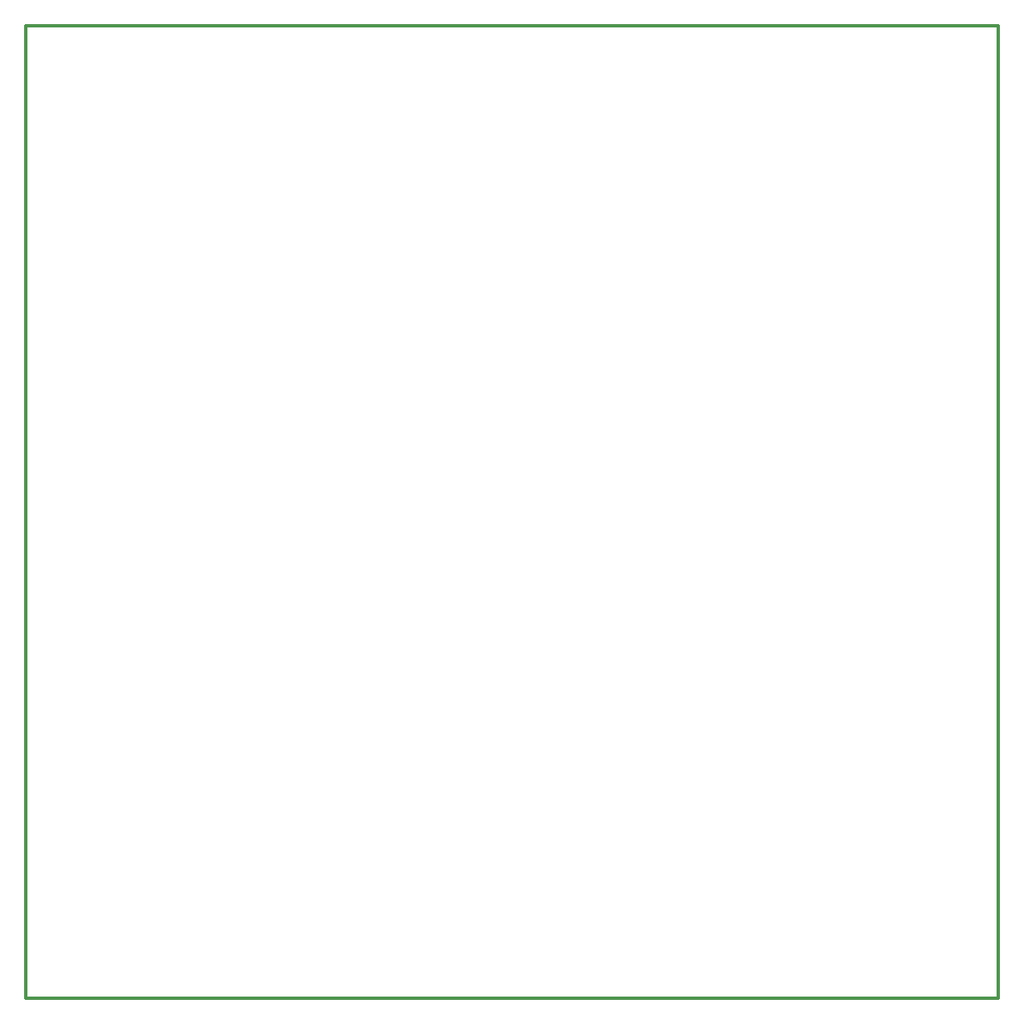
<source format=gm1>
G04 #@! TF.FileFunction,Profile,NP*
%FSLAX46Y46*%
G04 Gerber Fmt 4.6, Leading zero omitted, Abs format (unit mm)*
G04 Created by KiCad (PCBNEW 4.0.6) date 04/09/17 13:57:39*
%MOMM*%
%LPD*%
G01*
G04 APERTURE LIST*
%ADD10C,0.150000*%
%ADD11C,0.304800*%
G04 APERTURE END LIST*
D10*
D11*
X162052000Y-136906000D02*
X62992000Y-136906000D01*
X162052000Y-37846000D02*
X162052000Y-136906000D01*
X62992000Y-37846000D02*
X162052000Y-37846000D01*
X62992000Y-136906000D02*
X62992000Y-37846000D01*
M02*

</source>
